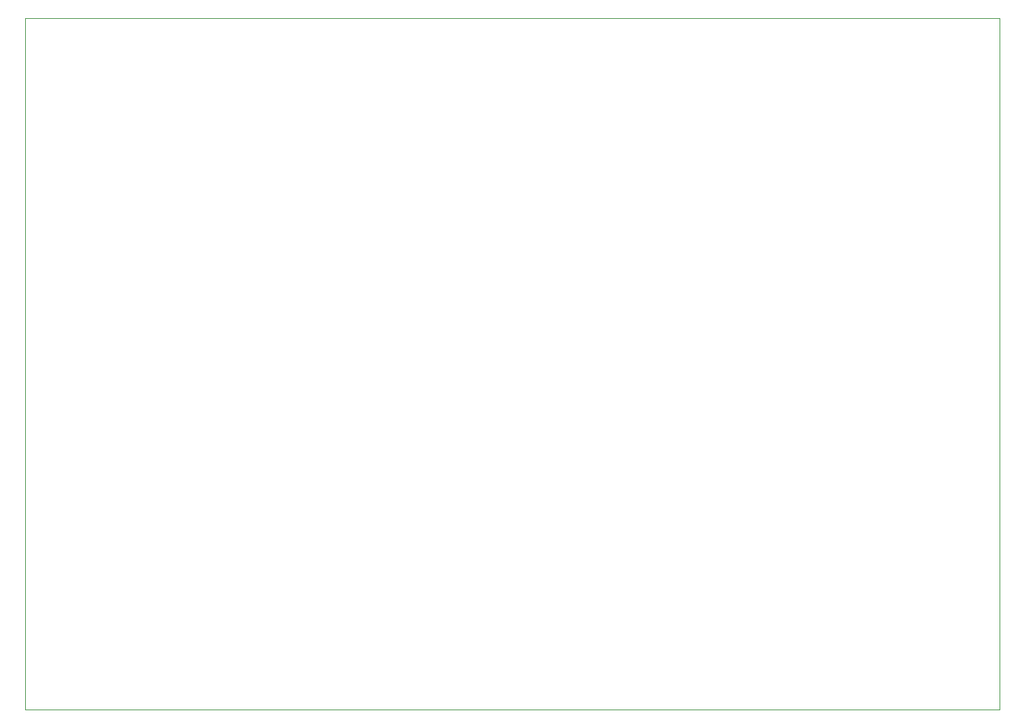
<source format=gm1>
G04 #@! TF.GenerationSoftware,KiCad,Pcbnew,(6.0.4-0)*
G04 #@! TF.CreationDate,2022-07-29T09:17:34+02:00*
G04 #@! TF.ProjectId,LED-Clock,4c45442d-436c-46f6-936b-2e6b69636164,rev?*
G04 #@! TF.SameCoordinates,Original*
G04 #@! TF.FileFunction,Profile,NP*
%FSLAX46Y46*%
G04 Gerber Fmt 4.6, Leading zero omitted, Abs format (unit mm)*
G04 Created by KiCad (PCBNEW (6.0.4-0)) date 2022-07-29 09:17:34*
%MOMM*%
%LPD*%
G01*
G04 APERTURE LIST*
G04 #@! TA.AperFunction,Profile*
%ADD10C,0.100000*%
G04 #@! TD*
G04 APERTURE END LIST*
D10*
X242570000Y-127000000D02*
X124460000Y-127000000D01*
X124460000Y-127000000D02*
X124460000Y-43180000D01*
X124460000Y-43180000D02*
X242570000Y-43180000D01*
X242570000Y-43180000D02*
X242570000Y-127000000D01*
M02*

</source>
